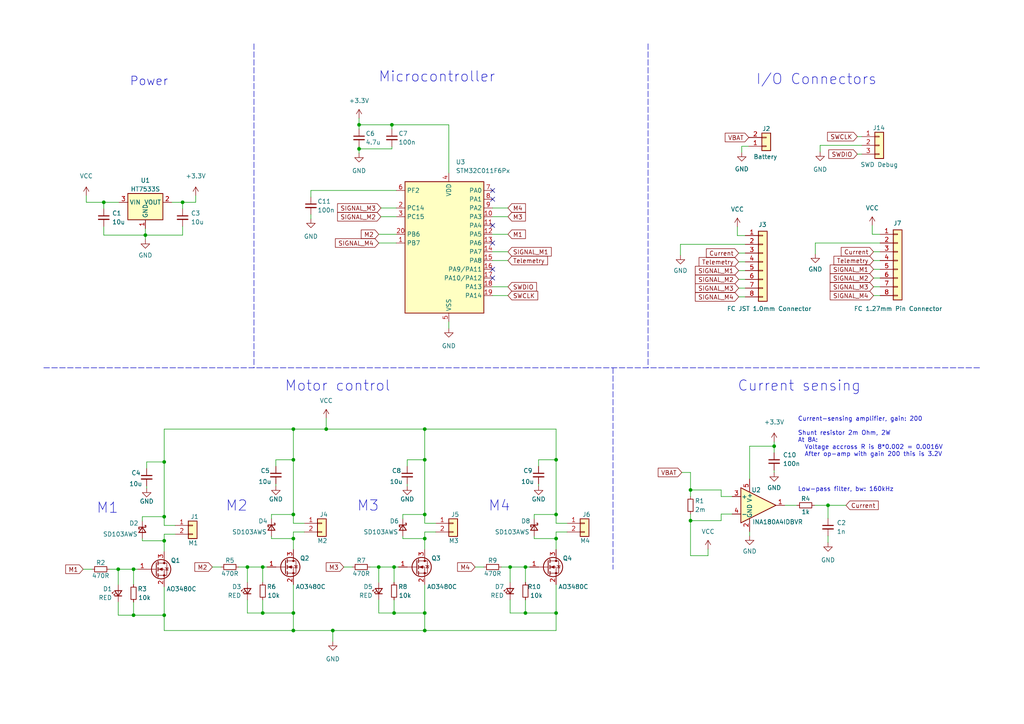
<source format=kicad_sch>
(kicad_sch (version 20211123) (generator eeschema)
  (paper "A4")
  (title_block (title "ASAC Brushed ESC") (date "2023-09-23") (rev "A") (company "Victor Krook"))
  (lib_symbols
    (symbol "Amplifier_Current:INA180A4" (pin_names (offset 0.127))
      (property "Reference" "U" (at 3.81 3.81 0))
      (property "Value" "INA180A4" (at 3.81 -2.54 0))
      (symbol "INA180A4_0_1"
        (polyline (pts (xy 5.08 0) (xy -5.08 5.08) (xy -5.08 -5.08) (xy 5.08 0)) (stroke (width 0.254)) (fill (type background)))
      )
      (symbol "INA180A4_1_1"
        (pin output line (at 7.62 0 180) (length 2.54) (name "~") (number "1"))
        (pin power_in line (at -2.54 -7.62 90) (length 3.81) (name "GND") (number "2"))
        (pin input line (at -7.62 2.54 0) (length 2.54) (name "+") (number "3"))
        (pin input line (at -7.62 -2.54 0) (length 2.54) (name "-") (number "4"))
        (pin power_in line (at -2.54 7.62 270) (length 3.81) (name "V+") (number "5"))
      )
    )
    (symbol "Connector_Generic:Conn_01x02" (pin_names (offset 1.016) hide)
      (property "Reference" "J" (at 0 2.54 0))
      (property "Value" "Conn_01x02" (at 0 -5.08 0))
      (symbol "Conn_01x02_1_1"
        (rectangle (start -1.27 -2.413) (end 0 -2.667) (stroke (width 0.1524)))
        (rectangle (start -1.27 0.127) (end 0 -0.127) (stroke (width 0.1524)))
        (rectangle (start -1.27 1.27) (end 1.27 -3.81) (stroke (width 0.254)) (fill (type background)))
        (pin passive line (at -5.08 0 0) (length 3.81) (name "Pin_1") (number "1"))
        (pin passive line (at -5.08 -2.54 0) (length 3.81) (name "Pin_2") (number "2"))
      )
    )
    (symbol "Connector_Generic:Conn_01x03" (pin_names (offset 1.016) hide)
      (property "Reference" "J" (at 0 5.08 0))
      (property "Value" "Conn_01x03" (at 0 -5.08 0))
      (symbol "Conn_01x03_1_1"
        (rectangle (start -1.27 -2.413) (end 0 -2.667) (stroke (width 0.1524)))
        (rectangle (start -1.27 0.127) (end 0 -0.127) (stroke (width 0.1524)))
        (rectangle (start -1.27 2.667) (end 0 2.413) (stroke (width 0.1524)))
        (rectangle (start -1.27 3.81) (end 1.27 -3.81) (stroke (width 0.254)) (fill (type background)))
        (pin passive line (at -5.08 2.54 0) (length 3.81) (name "Pin_1") (number "1"))
        (pin passive line (at -5.08 0 0) (length 3.81) (name "Pin_2") (number "2"))
        (pin passive line (at -5.08 -2.54 0) (length 3.81) (name "Pin_3") (number "3"))
      )
    )
    (symbol "Connector_Generic:Conn_01x08" (pin_names (offset 1.016) hide)
      (property "Reference" "J" (at 0 10.16 0))
      (property "Value" "Conn_01x08" (at 0 -12.7 0))
      (symbol "Conn_01x08_1_1"
        (rectangle (start -1.27 -10.033) (end 0 -10.287) (stroke (width 0.1524)))
        (rectangle (start -1.27 -7.493) (end 0 -7.747) (stroke (width 0.1524)))
        (rectangle (start -1.27 -4.953) (end 0 -5.207) (stroke (width 0.1524)))
        (rectangle (start -1.27 -2.413) (end 0 -2.667) (stroke (width 0.1524)))
        (rectangle (start -1.27 0.127) (end 0 -0.127) (stroke (width 0.1524)))
        (rectangle (start -1.27 2.667) (end 0 2.413) (stroke (width 0.1524)))
        (rectangle (start -1.27 5.207) (end 0 4.953) (stroke (width 0.1524)))
        (rectangle (start -1.27 7.747) (end 0 7.493) (stroke (width 0.1524)))
        (rectangle (start -1.27 8.89) (end 1.27 -11.43) (stroke (width 0.254)) (fill (type background)))
        (pin passive line (at -5.08 7.62 0) (length 3.81) (name "Pin_1") (number "1"))
        (pin passive line (at -5.08 5.08 0) (length 3.81) (name "Pin_2") (number "2"))
        (pin passive line (at -5.08 2.54 0) (length 3.81) (name "Pin_3") (number "3"))
        (pin passive line (at -5.08 0 0) (length 3.81) (name "Pin_4") (number "4"))
        (pin passive line (at -5.08 -2.54 0) (length 3.81) (name "Pin_5") (number "5"))
        (pin passive line (at -5.08 -5.08 0) (length 3.81) (name "Pin_6") (number "6"))
        (pin passive line (at -5.08 -7.62 0) (length 3.81) (name "Pin_7") (number "7"))
        (pin passive line (at -5.08 -10.16 0) (length 3.81) (name "Pin_8") (number "8"))
      )
    )
    (symbol "Device:C_Small" (pin_numbers hide) (pin_names (offset 0.254) hide)
      (property "Reference" "C" (at 0.254 1.778 0))
      (property "Value" "C_Small" (at 0.254 -2.032 0))
      (symbol "C_Small_0_1"
        (polyline (pts (xy -1.524 -0.508) (xy 1.524 -0.508)) (stroke (width 0.3302)))
        (polyline (pts (xy -1.524 0.508) (xy 1.524 0.508)) (stroke (width 0.3048)))
      )
      (symbol "C_Small_1_1"
        (pin passive line (at 0 2.54 270) (length 2.032) (name "~") (number "1"))
        (pin passive line (at 0 -2.54 90) (length 2.032) (name "~") (number "2"))
      )
    )
    (symbol "Device:D_Schottky_Small" (pin_numbers hide) (pin_names (offset 0.254) hide)
      (property "Reference" "D" (at -1.27 2.032 0))
      (property "Value" "D_Schottky_Small" (at -7.112 -2.032 0))
      (symbol "D_Schottky_Small_0_1"
        (polyline (pts (xy -0.762 0) (xy 0.762 0)))
        (polyline (pts (xy 0.762 -1.016) (xy -0.762 0) (xy 0.762 1.016) (xy 0.762 -1.016)) (stroke (width 0.254)))
        (polyline (pts (xy -1.27 0.762) (xy -1.27 1.016) (xy -0.762 1.016) (xy -0.762 -1.016) (xy -0.254 -1.016) (xy -0.254 -0.762)) (stroke (width 0.254)))
      )
      (symbol "D_Schottky_Small_1_1"
        (pin passive line (at -2.54 0 0) (length 1.778) (name "K") (number "1"))
        (pin passive line (at 2.54 0 180) (length 1.778) (name "A") (number "2"))
      )
    )
    (symbol "Device:LED_Small" (pin_numbers hide) (pin_names (offset 0.254) hide)
      (property "Reference" "D" (at -1.27 3.175 0))
      (property "Value" "LED_Small" (at -4.445 -2.54 0))
      (symbol "LED_Small_0_1"
        (polyline (pts (xy -0.762 -1.016) (xy -0.762 1.016)) (stroke (width 0.254)))
        (polyline (pts (xy 1.016 0) (xy -0.762 0)))
        (polyline (pts (xy 0.762 -1.016) (xy -0.762 0) (xy 0.762 1.016) (xy 0.762 -1.016)) (stroke (width 0.254)))
        (polyline (pts (xy 0 0.762) (xy -0.508 1.27) (xy -0.254 1.27) (xy -0.508 1.27) (xy -0.508 1.016)))
        (polyline (pts (xy 0.508 1.27) (xy 0 1.778) (xy 0.254 1.778) (xy 0 1.778) (xy 0 1.524)))
      )
      (symbol "LED_Small_1_1"
        (pin passive line (at -2.54 0 0) (length 1.778) (name "K") (number "1"))
        (pin passive line (at 2.54 0 180) (length 1.778) (name "A") (number "2"))
      )
    )
    (symbol "Device:Q_NMOS_GSD" (pin_names (offset 0) hide)
      (property "Reference" "Q" (at 5.08 1.27 0))
      (property "Value" "Q_NMOS_GSD" (at 5.08 -1.27 0))
      (symbol "Q_NMOS_GSD_0_1"
        (polyline (pts (xy 0.254 0) (xy -2.54 0)))
        (polyline (pts (xy 0.254 1.905) (xy 0.254 -1.905)) (stroke (width 0.254)))
        (polyline (pts (xy 0.762 -1.27) (xy 0.762 -2.286)) (stroke (width 0.254)))
        (polyline (pts (xy 0.762 0.508) (xy 0.762 -0.508)) (stroke (width 0.254)))
        (polyline (pts (xy 0.762 2.286) (xy 0.762 1.27)) (stroke (width 0.254)))
        (polyline (pts (xy 2.54 2.54) (xy 2.54 1.778)))
        (polyline (pts (xy 2.54 -2.54) (xy 2.54 0) (xy 0.762 0)))
        (polyline (pts (xy 0.762 -1.778) (xy 3.302 -1.778) (xy 3.302 1.778) (xy 0.762 1.778)))
        (polyline (pts (xy 1.016 0) (xy 2.032 0.381) (xy 2.032 -0.381) (xy 1.016 0)) (fill (type outline)))
        (polyline (pts (xy 2.794 0.508) (xy 2.921 0.381) (xy 3.683 0.381) (xy 3.81 0.254)))
        (polyline (pts (xy 3.302 0.381) (xy 2.921 -0.254) (xy 3.683 -0.254) (xy 3.302 0.381)))
        (circle (center 1.651 0) (radius 2.794) (stroke (width 0.254)))
        (circle (center 2.54 -1.778) (radius 0.254) (fill (type outline)))
        (circle (center 2.54 1.778) (radius 0.254) (fill (type outline)))
      )
      (symbol "Q_NMOS_GSD_1_1"
        (pin input line (at -5.08 0 0) (length 2.54) (name "G") (number "1"))
        (pin passive line (at 2.54 -5.08 90) (length 2.54) (name "S") (number "2"))
        (pin passive line (at 2.54 5.08 270) (length 2.54) (name "D") (number "3"))
      )
    )
    (symbol "Device:R_Small" (pin_numbers hide) (pin_names (offset 0.254) hide)
      (property "Reference" "R" (at 0.762 0.508 0))
      (property "Value" "R_Small" (at 0.762 -1.016 0))
      (symbol "R_Small_0_1"
        (rectangle (start -0.762 1.778) (end 0.762 -1.778) (stroke (width 0.2032)))
      )
      (symbol "R_Small_1_1"
        (pin passive line (at 0 2.54 270) (length 0.762) (name "~") (number "1"))
        (pin passive line (at 0 -2.54 90) (length 0.762) (name "~") (number "2"))
      )
    )
    (symbol "MCU_ST_STM32C0:STM32C011F6Px"
      (property "Reference" "U" (at -10.16 21.59 0))
      (property "Value" "STM32C011F6Px" (at 5.08 21.59 0))
      (symbol "STM32C011F6Px_0_1"
        (rectangle (start -10.16 -17.78) (end 12.7 20.32) (stroke (width 0.254)) (fill (type background)))
      )
      (symbol "STM32C011F6Px_1_1"
        (pin bidirectional line (at -12.7 2.54 0) (length 2.54) (name "PB7") (number "1"))
        (pin bidirectional line (at 15.24 10.16 180) (length 2.54) (name "PA3") (number "10"))
        (pin bidirectional line (at 15.24 7.62 180) (length 2.54) (name "PA4") (number "11"))
        (pin bidirectional line (at 15.24 5.08 180) (length 2.54) (name "PA5") (number "12"))
        (pin bidirectional line (at 15.24 2.54 180) (length 2.54) (name "PA6") (number "13"))
        (pin bidirectional line (at 15.24 0 180) (length 2.54) (name "PA7") (number "14"))
        (pin bidirectional line (at 15.24 -2.54 180) (length 2.54) (name "PA8") (number "15"))
        (pin bidirectional line (at 15.24 -5.08 180) (length 2.54) (name "PA9/PA11") (number "16"))
        (pin bidirectional line (at 15.24 -7.62 180) (length 2.54) (name "PA10/PA12") (number "17"))
        (pin bidirectional line (at 15.24 -10.16 180) (length 2.54) (name "PA13") (number "18"))
        (pin bidirectional line (at 15.24 -12.7 180) (length 2.54) (name "PA14") (number "19"))
        (pin bidirectional line (at -12.7 12.7 0) (length 2.54) (name "PC14") (number "2"))
        (pin bidirectional line (at -12.7 5.08 0) (length 2.54) (name "PB6") (number "20"))
        (pin bidirectional line (at -12.7 10.16 0) (length 2.54) (name "PC15") (number "3"))
        (pin power_in line (at 2.54 22.86 270) (length 2.54) (name "VDD") (number "4"))
        (pin power_in line (at 2.54 -20.32 90) (length 2.54) (name "VSS") (number "5"))
        (pin bidirectional line (at -12.7 17.78 0) (length 2.54) (name "PF2") (number "6"))
        (pin bidirectional line (at 15.24 17.78 180) (length 2.54) (name "PA0") (number "7"))
        (pin bidirectional line (at 15.24 15.24 180) (length 2.54) (name "PA1") (number "8"))
        (pin bidirectional line (at 15.24 12.7 180) (length 2.54) (name "PA2") (number "9"))
      )
    )
    (symbol "Regulator_Linear:HT75xx-1-SOT89"
      (property "Reference" "U1" (at 0 8.89 0))
      (property "Value" "HT7533S" (at 0 6.35 0))
      (symbol "HT75xx-1-SOT89_0_1"
        (rectangle (start -5.08 5.08) (end 5.08 -2.54) (stroke (width 0.254)) (fill (type background)))
      )
      (symbol "HT75xx-1-SOT89_1_1"
        (pin power_in line (at 0 -5.08 90) (length 2.54) (name "GND") (number "1"))
        (pin power_out line (at 7.62 2.54 180) (length 2.54) (name "VOUT") (number "2"))
        (pin power_in line (at -7.62 2.54 0) (length 2.54) (name "VIN") (number "3"))
      )
    )
    (symbol "power:+3.3V" (power) (pin_names (offset 0))
      (property "Value" "+3.3V" (at 0 3.556 0))
      (symbol "+3.3V_0_1"
        (polyline (pts (xy -0.762 1.27) (xy 0 2.54)))
        (polyline (pts (xy 0 0) (xy 0 2.54)))
        (polyline (pts (xy 0 2.54) (xy 0.762 1.27)))
      )
      (symbol "+3.3V_1_1"
        (pin power_in line (at 0 0 90) (length 0) hide (name "+3.3V") (number "1"))
      )
    )
    (symbol "power:GND" (power) (pin_names (offset 0))
      (property "Value" "GND" (at 0 -3.81 0))
      (symbol "GND_0_1"
        (polyline (pts (xy 0 0) (xy 0 -1.27) (xy 1.27 -1.27) (xy 0 -2.54) (xy -1.27 -1.27) (xy 0 -1.27)))
      )
      (symbol "GND_1_1"
        (pin power_in line (at 0 0 270) (length 0) hide (name "GND") (number "1"))
      )
    )
    (symbol "power:VCC" (power) (pin_names (offset 0))
      (property "Value" "VCC" (at 0 3.81 0))
      (symbol "VCC_0_1"
        (polyline (pts (xy -0.762 1.27) (xy 0 2.54)))
        (polyline (pts (xy 0 0) (xy 0 2.54)))
        (polyline (pts (xy 0 2.54) (xy 0.762 1.27)))
      )
      (symbol "VCC_1_1"
        (pin power_in line (at 0 0 90) (length 0) hide (name "VCC") (number "1"))
      )
    )
  )
  (junction (at 161.29 149.225))
  (junction (at 200.279 151.003))
  (junction (at 104.14 36.195))
  (junction (at 76.2 177.8))
  (junction (at 123.19 177.8))
  (junction (at 71.755 164.465))
  (junction (at 240.157 146.558))
  (junction (at 85.09 182.88))
  (junction (at 85.09 133.35))
  (junction (at 200.279 142.113))
  (junction (at 85.09 149.225))
  (junction (at 30.099 58.674))
  (junction (at 123.19 149.225))
  (junction (at 85.09 124.46))
  (junction (at 152.4 164.465))
  (junction (at 109.855 164.465))
  (junction (at 34.29 165.1))
  (junction (at 152.4 177.8))
  (junction (at 113.665 36.195))
  (junction (at 47.625 133.985))
  (junction (at 123.19 124.46))
  (junction (at 47.625 156.845))
  (junction (at 161.29 133.35))
  (junction (at 114.3 177.8))
  (junction (at 96.52 182.88))
  (junction (at 147.955 164.465))
  (junction (at 123.19 133.35))
  (junction (at 104.14 43.18))
  (junction (at 85.09 177.8))
  (junction (at 114.3 164.465))
  (junction (at 47.625 178.435))
  (junction (at 76.2 164.465))
  (junction (at 123.19 156.21))
  (junction (at 47.625 149.86))
  (junction (at 42.164 68.199))
  (junction (at 85.09 156.21))
  (junction (at 38.735 178.435))
  (junction (at 38.735 165.1))
  (junction (at 161.29 156.21))
  (junction (at 161.29 177.8))
  (junction (at 123.19 182.88))
  (junction (at 94.615 124.46))
  (junction (at 52.959 58.674))
  (junction (at 224.536 129.413))
  (no_connect (at 142.875 57.785))
  (no_connect (at 142.875 65.405))
  (no_connect (at 142.875 55.245))
  (no_connect (at 142.875 70.485))
  (no_connect (at 142.875 80.645))
  (no_connect (at 142.875 78.105))
  (wire (pts (xy 76.2 164.465) (xy 77.47 164.465)))
  (wire (pts (xy 197.358 74.041) (xy 197.358 70.866)))
  (wire (pts (xy 61.595 164.465) (xy 64.135 164.465)))
  (wire (pts (xy 109.855 177.8) (xy 114.3 177.8)))
  (wire (pts (xy 110.49 62.865) (xy 114.935 62.865)))
  (wire (pts (xy 25.019 56.769) (xy 25.019 58.674)))
  (wire (pts (xy 161.29 154.305) (xy 161.29 156.21)))
  (wire (pts (xy 34.544 58.674) (xy 30.099 58.674)))
  (wire (pts (xy 114.3 164.465) (xy 115.57 164.465)))
  (wire (pts (xy 116.84 149.225) (xy 123.19 149.225)))
  (wire (pts (xy 200.279 151.003) (xy 200.279 161.163)))
  (wire (pts (xy 214.249 81.026) (xy 216.154 81.026)))
  (wire (pts (xy 25.019 58.674) (xy 30.099 58.674)))
  (wire (pts (xy 156.21 133.35) (xy 161.29 133.35)))
  (wire (pts (xy 161.29 182.88) (xy 123.19 182.88)))
  (wire (pts (xy 76.2 177.8) (xy 85.09 177.8)))
  (wire (pts (xy 237.871 42.164) (xy 249.936 42.164)))
  (wire (pts (xy 34.29 178.435) (xy 34.29 174.625)))
  (wire (pts (xy 41.275 151.13) (xy 41.275 149.86)))
  (wire (pts (xy 123.19 177.8) (xy 123.19 182.88)))
  (wire (pts (xy 123.19 124.46) (xy 123.19 133.35)))
  (wire (pts (xy 213.868 68.326) (xy 216.154 68.326)))
  (wire (pts (xy 116.84 156.21) (xy 123.19 156.21)))
  (wire (pts (xy 38.735 169.545) (xy 38.735 165.1)))
  (wire (pts (xy 212.344 144.018) (xy 209.169 144.018)))
  (wire (pts (xy 252.984 65.405) (xy 252.984 67.945)))
  (wire (pts (xy 85.09 124.46) (xy 94.615 124.46)))
  (wire (pts (xy 164.465 154.305) (xy 161.29 154.305)))
  (wire (pts (xy 85.09 177.8) (xy 85.09 182.88)))
  (wire (pts (xy 236.474 73.66) (xy 236.474 70.485)))
  (wire (pts (xy 123.19 151.765) (xy 126.365 151.765)))
  (wire (pts (xy 47.625 170.18) (xy 47.625 178.435)))
  (wire (pts (xy 252.984 67.945) (xy 255.27 67.945)))
  (wire (pts (xy 78.74 156.21) (xy 85.09 156.21)))
  (wire (pts (xy 47.625 156.845) (xy 47.625 160.02)))
  (wire (pts (xy 253.365 83.185) (xy 255.27 83.185)))
  (wire (pts (xy 200.279 149.098) (xy 200.279 151.003)))
  (wire (pts (xy 209.169 144.018) (xy 209.169 142.113)))
  (wire (pts (xy 71.755 177.8) (xy 76.2 177.8)))
  (wire (pts (xy 123.19 149.225) (xy 123.19 151.765)))
  (wire (pts (xy 41.275 156.21) (xy 41.275 156.845)))
  (wire (pts (xy 240.157 150.368) (xy 240.157 146.558)))
  (wire (pts (xy 85.09 151.765) (xy 88.265 151.765)))
  (wire (pts (xy 147.955 177.8) (xy 152.4 177.8)))
  (wire (pts (xy 156.21 135.255) (xy 156.21 133.35)))
  (wire (pts (xy 253.365 75.565) (xy 255.27 75.565)))
  (wire (pts (xy 142.875 85.725) (xy 147.32 85.725)))
  (wire (pts (xy 147.955 164.465) (xy 147.955 168.91)))
  (wire (pts (xy 56.769 58.674) (xy 52.959 58.674)))
  (wire (pts (xy 253.365 73.025) (xy 255.27 73.025)))
  (wire (pts (xy 50.8 154.94) (xy 47.625 154.94)))
  (wire (pts (xy 214.249 83.566) (xy 216.154 83.566)))
  (wire (pts (xy 80.01 140.97) (xy 80.01 140.335)))
  (wire (pts (xy 80.01 133.35) (xy 85.09 133.35)))
  (wire (pts (xy 76.2 177.8) (xy 76.2 173.99)))
  (wire (pts (xy 253.365 85.725) (xy 255.27 85.725)))
  (wire (pts (xy 237.871 44.069) (xy 237.871 42.164)))
  (wire (pts (xy 113.665 43.18) (xy 104.14 43.18)))
  (wire (pts (xy 217.424 154.178) (xy 217.424 155.448)))
  (wire (pts (xy 205.359 161.163) (xy 205.359 159.258)))
  (wire (pts (xy 47.625 124.46) (xy 47.625 133.985)))
  (wire (pts (xy 215.138 44.196) (xy 215.138 42.418)))
  (wire (pts (xy 34.29 165.1) (xy 34.29 169.545)))
  (polyline (pts (xy 177.8 106.68) (xy 177.8 165.1)))
  (wire (pts (xy 147.955 164.465) (xy 152.4 164.465)))
  (wire (pts (xy 217.424 138.938) (xy 217.424 129.413)))
  (wire (pts (xy 110.49 60.325) (xy 114.935 60.325)))
  (wire (pts (xy 200.279 137.033) (xy 200.279 142.113)))
  (wire (pts (xy 78.74 155.575) (xy 78.74 156.21)))
  (wire (pts (xy 123.19 133.35) (xy 123.19 149.225)))
  (wire (pts (xy 152.4 177.8) (xy 152.4 173.99)))
  (wire (pts (xy 217.17 42.418) (xy 215.138 42.418)))
  (wire (pts (xy 130.175 36.195) (xy 130.175 50.165)))
  (wire (pts (xy 118.11 133.35) (xy 123.19 133.35)))
  (wire (pts (xy 200.279 142.113) (xy 209.169 142.113)))
  (wire (pts (xy 71.755 164.465) (xy 76.2 164.465)))
  (wire (pts (xy 41.275 149.86) (xy 47.625 149.86)))
  (wire (pts (xy 123.19 182.88) (xy 96.52 182.88)))
  (wire (pts (xy 47.625 149.86) (xy 47.625 152.4)))
  (wire (pts (xy 109.855 70.485) (xy 114.935 70.485)))
  (wire (pts (xy 42.164 68.199) (xy 52.959 68.199)))
  (wire (pts (xy 161.29 169.545) (xy 161.29 177.8)))
  (wire (pts (xy 85.09 133.35) (xy 85.09 149.225)))
  (wire (pts (xy 42.164 68.199) (xy 42.164 69.469)))
  (wire (pts (xy 56.769 56.769) (xy 56.769 58.674)))
  (wire (pts (xy 85.09 169.545) (xy 85.09 177.8)))
  (wire (pts (xy 118.11 140.97) (xy 118.11 140.335)))
  (wire (pts (xy 130.175 93.345) (xy 130.175 95.25)))
  (wire (pts (xy 123.19 169.545) (xy 123.19 177.8)))
  (wire (pts (xy 253.365 80.645) (xy 255.27 80.645)))
  (wire (pts (xy 30.099 58.674) (xy 30.099 60.579)))
  (wire (pts (xy 114.3 177.8) (xy 114.3 173.99)))
  (wire (pts (xy 152.4 164.465) (xy 153.67 164.465)))
  (wire (pts (xy 161.29 149.225) (xy 161.29 151.765)))
  (wire (pts (xy 99.695 164.465) (xy 102.235 164.465)))
  (wire (pts (xy 212.344 149.098) (xy 209.169 149.098)))
  (wire (pts (xy 236.22 146.558) (xy 240.157 146.558)))
  (wire (pts (xy 118.11 135.255) (xy 118.11 133.35)))
  (wire (pts (xy 114.935 55.245) (xy 90.17 55.245)))
  (wire (pts (xy 113.665 36.195) (xy 130.175 36.195)))
  (wire (pts (xy 31.75 165.1) (xy 34.29 165.1)))
  (wire (pts (xy 214.249 75.946) (xy 216.154 75.946)))
  (wire (pts (xy 94.615 121.285) (xy 94.615 124.46)))
  (wire (pts (xy 41.275 156.845) (xy 47.625 156.845)))
  (wire (pts (xy 224.536 129.413) (xy 224.536 131.318)))
  (wire (pts (xy 90.17 62.23) (xy 90.17 63.5)))
  (wire (pts (xy 197.358 70.866) (xy 216.154 70.866)))
  (wire (pts (xy 154.94 149.225) (xy 161.29 149.225)))
  (wire (pts (xy 69.215 164.465) (xy 71.755 164.465)))
  (wire (pts (xy 137.795 164.465) (xy 140.335 164.465)))
  (wire (pts (xy 213.868 65.786) (xy 213.868 68.326)))
  (wire (pts (xy 123.19 154.305) (xy 123.19 156.21)))
  (wire (pts (xy 248.666 44.704) (xy 249.936 44.704)))
  (wire (pts (xy 224.536 136.398) (xy 224.536 137.033)))
  (wire (pts (xy 52.959 58.674) (xy 49.784 58.674)))
  (wire (pts (xy 209.169 149.098) (xy 209.169 151.003)))
  (wire (pts (xy 142.875 67.945) (xy 147.32 67.945)))
  (wire (pts (xy 85.09 149.225) (xy 85.09 151.765)))
  (wire (pts (xy 34.29 165.1) (xy 38.735 165.1)))
  (wire (pts (xy 104.14 36.195) (xy 113.665 36.195)))
  (wire (pts (xy 214.249 73.406) (xy 216.154 73.406)))
  (wire (pts (xy 200.279 142.113) (xy 200.279 144.018)))
  (wire (pts (xy 227.584 146.558) (xy 231.14 146.558)))
  (wire (pts (xy 52.959 58.674) (xy 52.959 60.579)))
  (wire (pts (xy 47.625 182.88) (xy 85.09 182.88)))
  (wire (pts (xy 71.755 164.465) (xy 71.755 168.91)))
  (wire (pts (xy 161.29 151.765) (xy 164.465 151.765)))
  (wire (pts (xy 47.625 178.435) (xy 47.625 182.88)))
  (wire (pts (xy 142.875 73.025) (xy 147.32 73.025)))
  (wire (pts (xy 142.875 83.185) (xy 147.32 83.185)))
  (wire (pts (xy 217.424 129.413) (xy 224.536 129.413)))
  (wire (pts (xy 123.19 156.21) (xy 123.19 159.385)))
  (wire (pts (xy 76.2 168.91) (xy 76.2 164.465)))
  (wire (pts (xy 161.29 177.8) (xy 161.29 182.88)))
  (wire (pts (xy 85.09 182.88) (xy 96.52 182.88)))
  (wire (pts (xy 197.739 137.033) (xy 200.279 137.033)))
  (wire (pts (xy 161.29 133.35) (xy 161.29 149.225)))
  (polyline (pts (xy 12.7 106.68) (xy 284.48 106.68)))
  (wire (pts (xy 85.09 154.305) (xy 85.09 156.21)))
  (wire (pts (xy 109.855 164.465) (xy 109.855 168.91)))
  (wire (pts (xy 104.14 42.545) (xy 104.14 43.18)))
  (wire (pts (xy 47.625 133.985) (xy 47.625 149.86)))
  (polyline (pts (xy 73.66 12.7) (xy 73.66 106.68)))
  (wire (pts (xy 38.735 165.1) (xy 40.005 165.1)))
  (wire (pts (xy 30.099 68.199) (xy 42.164 68.199)))
  (wire (pts (xy 113.665 36.195) (xy 113.665 37.465)))
  (wire (pts (xy 236.474 70.485) (xy 255.27 70.485)))
  (wire (pts (xy 161.29 156.21) (xy 161.29 159.385)))
  (wire (pts (xy 152.4 177.8) (xy 161.29 177.8)))
  (wire (pts (xy 24.13 165.1) (xy 26.67 165.1)))
  (wire (pts (xy 154.94 155.575) (xy 154.94 156.21)))
  (wire (pts (xy 142.875 60.325) (xy 147.32 60.325)))
  (wire (pts (xy 114.3 177.8) (xy 123.19 177.8)))
  (wire (pts (xy 78.74 149.225) (xy 85.09 149.225)))
  (wire (pts (xy 30.099 65.659) (xy 30.099 68.199)))
  (wire (pts (xy 240.157 157.353) (xy 240.157 155.448)))
  (wire (pts (xy 154.94 150.495) (xy 154.94 149.225)))
  (wire (pts (xy 240.157 146.558) (xy 245.364 146.558)))
  (wire (pts (xy 96.52 182.88) (xy 96.52 186.055)))
  (wire (pts (xy 224.536 128.143) (xy 224.536 129.413)))
  (wire (pts (xy 154.94 156.21) (xy 161.29 156.21)))
  (wire (pts (xy 116.84 150.495) (xy 116.84 149.225)))
  (wire (pts (xy 42.545 133.985) (xy 47.625 133.985)))
  (wire (pts (xy 90.17 55.245) (xy 90.17 57.15)))
  (wire (pts (xy 114.3 168.91) (xy 114.3 164.465)))
  (wire (pts (xy 152.4 168.91) (xy 152.4 164.465)))
  (wire (pts (xy 88.265 154.305) (xy 85.09 154.305)))
  (wire (pts (xy 161.29 124.46) (xy 123.19 124.46)))
  (wire (pts (xy 71.755 177.8) (xy 71.755 173.99)))
  (wire (pts (xy 42.545 135.89) (xy 42.545 133.985)))
  (wire (pts (xy 113.665 42.545) (xy 113.665 43.18)))
  (wire (pts (xy 253.365 78.105) (xy 255.27 78.105)))
  (wire (pts (xy 200.279 151.003) (xy 209.169 151.003)))
  (wire (pts (xy 42.545 141.605) (xy 42.545 140.97)))
  (wire (pts (xy 85.09 124.46) (xy 47.625 124.46)))
  (wire (pts (xy 47.625 154.94) (xy 47.625 156.845)))
  (wire (pts (xy 156.21 140.97) (xy 156.21 140.335)))
  (wire (pts (xy 85.09 124.46) (xy 85.09 133.35)))
  (wire (pts (xy 104.14 34.29) (xy 104.14 36.195)))
  (wire (pts (xy 147.955 177.8) (xy 147.955 173.99)))
  (wire (pts (xy 109.855 177.8) (xy 109.855 173.99)))
  (wire (pts (xy 116.84 155.575) (xy 116.84 156.21)))
  (wire (pts (xy 78.74 150.495) (xy 78.74 149.225)))
  (wire (pts (xy 42.164 66.294) (xy 42.164 68.199)))
  (wire (pts (xy 248.666 39.624) (xy 249.936 39.624)))
  (wire (pts (xy 109.855 164.465) (xy 114.3 164.465)))
  (wire (pts (xy 142.875 62.865) (xy 147.32 62.865)))
  (wire (pts (xy 104.14 36.195) (xy 104.14 37.465)))
  (wire (pts (xy 214.249 86.106) (xy 216.154 86.106)))
  (wire (pts (xy 142.875 75.565) (xy 147.32 75.565)))
  (wire (pts (xy 80.01 135.255) (xy 80.01 133.35)))
  (wire (pts (xy 145.415 164.465) (xy 147.955 164.465)))
  (polyline (pts (xy 187.96 12.7) (xy 187.96 106.68)))
  (wire (pts (xy 52.959 65.659) (xy 52.959 68.199)))
  (wire (pts (xy 161.29 124.46) (xy 161.29 133.35)))
  (wire (pts (xy 126.365 154.305) (xy 123.19 154.305)))
  (wire (pts (xy 123.19 124.46) (xy 94.615 124.46)))
  (wire (pts (xy 38.735 178.435) (xy 38.735 174.625)))
  (wire (pts (xy 104.14 43.18) (xy 104.14 44.45)))
  (wire (pts (xy 107.315 164.465) (xy 109.855 164.465)))
  (wire (pts (xy 34.29 178.435) (xy 38.735 178.435)))
  (wire (pts (xy 200.279 161.163) (xy 205.359 161.163)))
  (wire (pts (xy 109.855 67.945) (xy 114.935 67.945)))
  (wire (pts (xy 85.09 156.21) (xy 85.09 159.385)))
  (wire (pts (xy 47.625 152.4) (xy 50.8 152.4)))
  (wire (pts (xy 38.735 178.435) (xy 47.625 178.435)))
  (wire (pts (xy 214.249 78.486) (xy 216.154 78.486)))
  (text "M1" (at 27.94 149.225 0) (effects (font (size 3 3)) (justify left bottom)))
  (text "M4" (at 141.605 148.59 0) (effects (font (size 3 3)) (justify left bottom)))
  (text "Current sensing" (at 213.868 113.792 0) (effects (font (size 2.9972 2.9972)) (justify left bottom)))
  (text "Low-pass filter, bw: 160kHz" (at 231.394 142.748 0) (effects (font (size 1.27 1.27)) (justify left bottom)))
  (text "I/O Connectors" (at 219.202 24.892 0) (effects (font (size 2.9972 2.9972)) (justify left bottom)))
  (text "Power" (at 37.592 25.146 0) (effects (font (size 2.5 2.5)) (justify left bottom)))
  (text "M3" (at 103.505 148.59 0) (effects (font (size 3 3)) (justify left bottom)))
  (text "Motor control" (at 82.55 113.792 0) (effects (font (size 2.9972 2.9972)) (justify left bottom)))
  (text "M2" (at 65.405 148.59 0) (effects (font (size 3 3)) (justify left bottom)))
  (text "Current-sensing amplifier, gain: 200\n\nShunt resistor 2m Ohm, 2W\nAt 8A:\n  Voltage accross R is 8*0.002 = 0.0016V\n  After op-amp with gain 200 this is 3.2V" (at 231.394 132.588 0) (effects (font (size 1.27 1.27)) (justify left bottom)))
  (text "Microcontroller" (at 109.728 24.13 0) (effects (font (size 2.9972 2.9972)) (justify left bottom)))
  (global_label "Telemetry" (shape input) (at 147.32 75.565 0) (property "Intersheet References" "${INTERSHEET_REFS}" (effects hide)))
  (global_label "SIGNAL_M1" (shape input) (at 253.365 78.105 180) (property "Intersheet References" "${INTERSHEET_REFS}" (effects hide)))
  (global_label "SIGNAL_M1" (shape input) (at 214.249 78.486 180) (property "Intersheet References" "${INTERSHEET_REFS}" (effects hide)))
  (global_label "SWDIO" (shape input) (at 248.666 44.704 180) (property "Intersheet References" "${INTERSHEET_REFS}" (effects hide)))
  (global_label "SWCLK" (shape input) (at 147.32 85.725 0) (property "Intersheet References" "${INTERSHEET_REFS}" (effects hide)))
  (global_label "M1" (shape input) (at 147.32 67.945 0) (property "Intersheet References" "${INTERSHEET_REFS}" (effects hide)))
  (global_label "Current" (shape input) (at 214.249 73.406 180) (property "Intersheet References" "${INTERSHEET_REFS}" (effects hide)))
  (global_label "M1" (shape input) (at 24.13 165.1 180) (property "Intersheet References" "${INTERSHEET_REFS}" (effects hide)))
  (global_label "SWCLK" (shape input) (at 248.666 39.624 180) (property "Intersheet References" "${INTERSHEET_REFS}" (effects hide)))
  (global_label "SIGNAL_M4" (shape input) (at 109.855 70.485 180) (property "Intersheet References" "${INTERSHEET_REFS}" (effects hide)))
  (global_label "SIGNAL_M2" (shape input) (at 214.249 81.026 180) (property "Intersheet References" "${INTERSHEET_REFS}" (effects hide)))
  (global_label "M3" (shape input) (at 147.32 62.865 0) (property "Intersheet References" "${INTERSHEET_REFS}" (effects hide)))
  (global_label "SWDIO" (shape input) (at 147.32 83.185 0) (property "Intersheet References" "${INTERSHEET_REFS}" (effects hide)))
  (global_label "M3" (shape input) (at 99.695 164.465 180) (property "Intersheet References" "${INTERSHEET_REFS}" (effects hide)))
  (global_label "SIGNAL_M3" (shape input) (at 253.365 83.185 180) (property "Intersheet References" "${INTERSHEET_REFS}" (effects hide)))
  (global_label "Telemetry" (shape input) (at 253.365 75.565 180) (property "Intersheet References" "${INTERSHEET_REFS}" (effects hide)))
  (global_label "SIGNAL_M3" (shape input) (at 214.249 83.566 180) (property "Intersheet References" "${INTERSHEET_REFS}" (effects hide)))
  (global_label "M4" (shape input) (at 147.32 60.325 0) (property "Intersheet References" "${INTERSHEET_REFS}" (effects hide)))
  (global_label "SIGNAL_M2" (shape input) (at 253.365 80.645 180) (property "Intersheet References" "${INTERSHEET_REFS}" (effects hide)))
  (global_label "M4" (shape input) (at 137.795 164.465 180) (property "Intersheet References" "${INTERSHEET_REFS}" (effects hide)))
  (global_label "VBAT" (shape input) (at 197.739 137.033 180) (property "Intersheet References" "${INTERSHEET_REFS}" (effects hide)))
  (global_label "Telemetry" (shape input) (at 214.249 75.946 180) (property "Intersheet References" "${INTERSHEET_REFS}" (effects hide)))
  (global_label "SIGNAL_M3" (shape input) (at 110.49 60.325 180) (property "Intersheet References" "${INTERSHEET_REFS}" (effects hide)))
  (global_label "M2" (shape input) (at 109.855 67.945 180) (property "Intersheet References" "${INTERSHEET_REFS}" (effects hide)))
  (global_label "SIGNAL_M2" (shape input) (at 110.49 62.865 180) (property "Intersheet References" "${INTERSHEET_REFS}" (effects hide)))
  (global_label "VBAT" (shape input) (at 217.17 39.878 180) (property "Intersheet References" "${INTERSHEET_REFS}" (effects hide)))
  (global_label "SIGNAL_M1" (shape input) (at 147.32 73.025 0) (property "Intersheet References" "${INTERSHEET_REFS}" (effects hide)))
  (global_label "Current" (shape input) (at 253.365 73.025 180) (property "Intersheet References" "${INTERSHEET_REFS}" (effects hide)))
  (global_label "SIGNAL_M4" (shape input) (at 214.249 86.106 180) (property "Intersheet References" "${INTERSHEET_REFS}" (effects hide)))
  (global_label "M2" (shape input) (at 61.595 164.465 180) (property "Intersheet References" "${INTERSHEET_REFS}" (effects hide)))
  (global_label "SIGNAL_M4" (shape input) (at 253.365 85.725 180) (property "Intersheet References" "${INTERSHEET_REFS}" (effects hide)))
  (global_label "Current" (shape input) (at 245.364 146.558 0) (property "Intersheet References" "${INTERSHEET_REFS}" (effects hide)))
  (symbol (lib_id "Device:C_Small") (at 118.11 137.795 0) (unit 1)
    (property "Reference" "C8" (at 113.665 136.525 0) (effects (justify left)))
    (property "Value" "10u" (at 113.03 139.7 0) (effects (justify left)))
    (property "Footprint" "Capacitor_SMD:C_0805_2012Metric" (effects hide))
  )
  (symbol (lib_id "power:GND") (at 118.11 140.97 0) (unit 1)
    (property "Reference" "#PWR02" (effects hide))
    (property "Value" "GND" (at 118.11 144.78 0))
  )
  (symbol (lib_id "power:GND") (at 42.164 69.469 0) (unit 1)
    (property "Reference" "#PWR0103" (effects hide))
    (property "Value" "GND" (at 42.164 74.041 0))
  )
  (symbol (lib_id "Device:LED_Small") (at 109.855 171.45 90) (unit 1)
    (property "Reference" "D5" (at 105.41 170.18 90) (effects (justify right)))
    (property "Value" "RED" (at 104.14 172.72 90) (effects (justify right)))
    (property "Footprint" "LED_SMD:LED_0603_1608Metric" (effects hide))
  )
  (symbol (lib_id "power:GND") (at 240.157 157.353 0) (unit 1)
    (property "Reference" "#PWR0110" (effects hide))
    (property "Value" "GND" (at 240.157 162.433 0))
  )
  (symbol (lib_id "Device:R_Small") (at 114.3 171.45 0) (unit 1)
    (property "Reference" "R8" (at 116.84 170.18 0))
    (property "Value" "10k" (at 117.475 172.72 0))
    (property "Footprint" "Resistor_SMD:R_0402_1005Metric" (effects hide))
  )
  (symbol (lib_id "Device:D_Schottky_Small") (at 41.275 153.67 270) (unit 1)
    (property "Reference" "D2" (at 37.465 151.765 90) (effects (justify left)))
    (property "Value" "SD103AWS" (at 29.845 154.94 90) (effects (justify left)))
    (property "Footprint" "Diode_SMD:D_SOD-323" (effects hide))
    (property "Datasheet" "https://datasheet.lcsc.com/lcsc/2004140934_Slkor-SLKORMICRO-Elec--SD103AWS_C513472.pdf" (effects hide))
    (property "MPN" "C2828423" (effects hide))
  )
  (symbol (lib_id "Device:Q_NMOS_GSD") (at 45.085 165.1 0) (unit 1)
    (property "Reference" "Q1" (at 49.53 162.56 0) (effects (justify left)))
    (property "Value" "AO3480C" (at 48.26 170.815 0) (effects (justify left)))
    (property "Footprint" "Package_TO_SOT_SMD:SOT-23" (effects hide))
    (property "Datasheet" "https://datasheet.lcsc.com/lcsc/2007301505_Alpha---Omega-Semicon-AO3480C_C705501.pdf" (effects hide))
    (property "MPN" "C188337" (effects hide))
  )
  (symbol (lib_id "Device:D_Schottky_Small") (at 78.74 153.035 270) (unit 1)
    (property "Reference" "D4" (at 74.93 151.13 90) (effects (justify left)))
    (property "Value" "SD103AWS" (at 67.31 154.305 90) (effects (justify left)))
    (property "Footprint" "Diode_SMD:D_SOD-323" (effects hide))
    (property "Datasheet" "https://datasheet.lcsc.com/lcsc/2004140934_Slkor-SLKORMICRO-Elec--SD103AWS_C513472.pdf" (effects hide))
  )
  (symbol (lib_id "Connector_Generic:Conn_01x02") (at 131.445 151.765 0) (unit 1)
    (property "Reference" "J5" (at 130.81 149.225 0) (effects (justify left)))
    (property "Value" "M3" (at 130.175 156.845 0) (effects (justify left)))
    (property "Footprint" "Custom:Conn_01x02_VBAT_one_round" (effects hide))
  )
  (symbol (lib_id "power:VCC") (at 25.019 56.769 0) (unit 1)
    (property "Reference" "#PWR0101" (effects hide))
    (property "Value" "VCC" (at 25.019 51.054 0))
  )
  (symbol (lib_id "power:+3.3V") (at 104.14 34.29 0) (unit 1)
    (property "Reference" "#PWR0105" (effects hide))
    (property "Value" "+3.3V" (at 104.14 29.21 0))
  )
  (symbol (lib_id "Device:C_Small") (at 224.536 133.858 0) (unit 1)
    (property "Reference" "C10" (at 227.076 131.953 0) (effects (justify left)))
    (property "Value" "100n" (at 227.076 134.493 0) (effects (justify left)))
    (property "Footprint" "Capacitor_SMD:C_0402_1005Metric" (effects hide))
  )
  (symbol (lib_id "power:GND") (at 217.424 155.448 0) (unit 1)
    (property "Reference" "#PWR0111" (effects hide))
    (property "Value" "GND" (at 217.424 159.893 0))
  )
  (symbol (lib_id "power:GND") (at 237.871 44.069 0) (unit 1)
    (property "Reference" "#PWR0151" (effects hide))
    (property "Value" "GND" (at 237.871 49.149 0))
  )
  (symbol (lib_id "MCU_ST_STM32C0:STM32C011F6Px") (at 127.635 73.025 0) (unit 1)
    (property "Reference" "U3" (at 132.1944 46.99 0) (effects (justify left)))
    (property "Value" "STM32C011F6Px" (at 132.1944 49.53 0) (effects (justify left)))
    (property "Footprint" "Package_SO:TSSOP-20_4.4x6.5mm_P0.65mm" (effects hide))
    (property "Datasheet" "https://www.st.com/resource/en/datasheet/stm32c011f6.pdf" (effects hide))
    (property "MPN" "C5456198" (effects hide))
  )
  (symbol (lib_id "Connector_Generic:Conn_01x03") (at 255.016 42.164 0) (unit 1)
    (property "Reference" "J14" (at 253.111 37.084 0) (effects (justify left)))
    (property "Value" "SWD Debug" (at 249.555 47.752 0) (effects (justify left)))
    (property "Footprint" "Connector_PinHeader_1.27mm:PinHeader_1x03_P1.27mm_Vertical" (effects hide))
  )
  (symbol (lib_id "Device:LED_Small") (at 147.955 171.45 90) (unit 1)
    (property "Reference" "D7" (at 143.51 170.18 90) (effects (justify right)))
    (property "Value" "RED" (at 142.24 172.72 90) (effects (justify right)))
    (property "Footprint" "LED_SMD:LED_0603_1608Metric" (effects hide))
  )
  (symbol (lib_id "power:GND") (at 156.21 140.97 0) (unit 1)
    (property "Reference" "#PWR03" (effects hide))
    (property "Value" "GND" (at 156.21 144.78 0))
  )
  (symbol (lib_id "Connector_Generic:Conn_01x02") (at 222.25 42.418 0) (mirror x) (unit 1)
    (property "Reference" "J2" (at 222.25 37.338 0))
    (property "Value" "Battery" (at 221.996 45.466 0))
    (property "Footprint" "Custom:Conn_01x02_VBAT_BIG" (effects hide))
  )
  (symbol (lib_id "Device:R_Small") (at 29.21 165.1 270) (unit 1)
    (property "Reference" "R2" (at 29.21 163.195 90))
    (property "Value" "470R" (at 29.21 167.005 90))
    (property "Footprint" "Resistor_SMD:R_0402_1005Metric" (effects hide))
  )
  (symbol (lib_id "Device:C_Small") (at 113.665 40.005 0) (unit 1)
    (property "Reference" "C7" (at 115.57 38.735 0) (effects (justify left)))
    (property "Value" "100n" (at 115.57 41.275 0) (effects (justify left)))
    (property "Footprint" "Capacitor_SMD:C_0402_1005Metric" (effects hide))
  )
  (symbol (lib_id "Device:C_Small") (at 240.157 152.908 0) (unit 1)
    (property "Reference" "C2" (at 242.697 151.638 0) (effects (justify left)))
    (property "Value" "1n" (at 242.697 154.178 0) (effects (justify left)))
    (property "Footprint" "Capacitor_SMD:C_0402_1005Metric" (effects hide))
  )
  (symbol (lib_id "Device:C_Small") (at 52.959 63.119 0) (unit 1)
    (property "Reference" "C3" (at 55.372 61.8552 0) (effects (justify left)))
    (property "Value" "10u" (at 55.372 64.3952 0) (effects (justify left)))
    (property "Footprint" "Capacitor_SMD:C_0805_2012Metric" (effects hide))
  )
  (symbol (lib_id "Device:Q_NMOS_GSD") (at 158.75 164.465 0) (unit 1)
    (property "Reference" "Q4" (at 163.195 161.925 0) (effects (justify left)))
    (property "Value" "AO3480C" (at 161.925 170.18 0) (effects (justify left)))
    (property "Footprint" "Package_TO_SOT_SMD:SOT-23" (effects hide))
    (property "Datasheet" "https://datasheet.lcsc.com/lcsc/2007301505_Alpha---Omega-Semicon-AO3480C_C705501.pdf" (effects hide))
  )
  (symbol (lib_id "Device:D_Schottky_Small") (at 154.94 153.035 270) (unit 1)
    (property "Reference" "D8" (at 151.13 151.13 90) (effects (justify left)))
    (property "Value" "SD103AWS" (at 143.51 154.305 90) (effects (justify left)))
    (property "Footprint" "Diode_SMD:D_SOD-323" (effects hide))
    (property "Datasheet" "https://datasheet.lcsc.com/lcsc/2004140934_Slkor-SLKORMICRO-Elec--SD103AWS_C513472.pdf" (effects hide))
  )
  (symbol (lib_id "Device:R_Small") (at 233.68 146.558 90) (unit 1)
    (property "Reference" "R4" (at 233.68 144.653 90))
    (property "Value" "1k" (at 233.68 148.463 90))
    (property "Footprint" "Resistor_SMD:R_0402_1005Metric" (effects hide))
  )
  (symbol (lib_id "Device:R_Small") (at 152.4 171.45 0) (unit 1)
    (property "Reference" "R10" (at 154.94 170.18 0))
    (property "Value" "10k" (at 155.575 172.72 0))
    (property "Footprint" "Resistor_SMD:R_0402_1005Metric" (effects hide))
  )
  (symbol (lib_id "power:GND") (at 96.52 186.055 0) (unit 1)
    (property "Reference" "#PWR0108" (effects hide))
    (property "Value" "GND" (at 96.52 191.135 0))
  )
  (symbol (lib_id "Device:C_Small") (at 90.17 59.69 0) (unit 1)
    (property "Reference" "C11" (at 92.075 58.42 0) (effects (justify left)))
    (property "Value" "100n" (at 92.075 60.96 0) (effects (justify left)))
    (property "Footprint" "Capacitor_SMD:C_0402_1005Metric" (effects hide))
  )
  (symbol (lib_id "Device:R_Small") (at 76.2 171.45 0) (unit 1)
    (property "Reference" "R6" (at 78.74 170.18 0))
    (property "Value" "10k" (at 79.375 172.72 0))
    (property "Footprint" "Resistor_SMD:R_0402_1005Metric" (effects hide))
  )
  (symbol (lib_id "Device:Q_NMOS_GSD") (at 82.55 164.465 0) (unit 1)
    (property "Reference" "Q2" (at 86.995 161.925 0) (effects (justify left)))
    (property "Value" "AO3480C" (at 85.725 170.18 0) (effects (justify left)))
    (property "Footprint" "Package_TO_SOT_SMD:SOT-23" (effects hide))
    (property "Datasheet" "https://datasheet.lcsc.com/lcsc/2007301505_Alpha---Omega-Semicon-AO3480C_C705501.pdf" (effects hide))
  )
  (symbol (lib_id "power:GND") (at 224.536 137.033 0) (unit 1)
    (property "Reference" "#PWR0117" (effects hide))
    (property "Value" "GND" (at 224.536 141.478 0))
  )
  (symbol (lib_id "Device:Q_NMOS_GSD") (at 120.65 164.465 0) (unit 1)
    (property "Reference" "Q3" (at 125.095 161.925 0) (effects (justify left)))
    (property "Value" "AO3480C" (at 123.825 170.18 0) (effects (justify left)))
    (property "Footprint" "Package_TO_SOT_SMD:SOT-23" (effects hide))
    (property "Datasheet" "https://datasheet.lcsc.com/lcsc/2007301505_Alpha---Omega-Semicon-AO3480C_C705501.pdf" (effects hide))
  )
  (symbol (lib_id "Connector_Generic:Conn_01x02") (at 169.545 151.765 0) (unit 1)
    (property "Reference" "J6" (at 168.91 149.225 0) (effects (justify left)))
    (property "Value" "M4" (at 168.275 156.845 0) (effects (justify left)))
    (property "Footprint" "Custom:Conn_01x02_VBAT_one_round" (effects hide))
  )
  (symbol (lib_id "Connector_Generic:Conn_01x02") (at 55.88 152.4 0) (unit 1)
    (property "Reference" "J1" (at 55.245 149.86 0) (effects (justify left)))
    (property "Value" "M1" (at 54.61 157.48 0) (effects (justify left)))
    (property "Footprint" "Custom:Conn_01x02_VBAT_one_round" (effects hide))
  )
  (symbol (lib_id "Device:R_Small") (at 142.875 164.465 270) (unit 1)
    (property "Reference" "R9" (at 142.875 162.56 90))
    (property "Value" "470R" (at 142.875 166.37 90))
    (property "Footprint" "Resistor_SMD:R_0402_1005Metric" (effects hide))
  )
  (symbol (lib_id "Connector_Generic:Conn_01x08") (at 221.234 75.946 0) (unit 1)
    (property "Reference" "J3" (at 219.964 65.151 0) (effects (justify left)))
    (property "Value" "FC JST 1.0mm Connector" (at 210.82 89.535 0) (effects (justify left)))
    (property "Footprint" "Connector_JST:JST_SHL_SM08B-SHLS-TF_1x08-1MP_P1.00mm_Horizontal" (effects hide))
    (property "Datasheet" "https://datasheet.lcsc.com/lcsc/2304140030_JST-Sales-America-SM08B-SRSS-TB-LF-SN_C160407.pdf" (effects hide))
  )
  (symbol (lib_id "Connector_Generic:Conn_01x02") (at 93.345 151.765 0) (unit 1)
    (property "Reference" "J4" (at 92.71 149.225 0) (effects (justify left)))
    (property "Value" "M2" (at 92.075 156.845 0) (effects (justify left)))
    (property "Footprint" "Custom:Conn_01x02_VBAT_one_round" (effects hide))
  )
  (symbol (lib_id "power:GND") (at 236.474 73.66 0) (unit 1)
    (property "Reference" "#PWR0119" (effects hide))
    (property "Value" "GND" (at 236.474 78.105 0))
  )
  (symbol (lib_id "Device:C_Small") (at 80.01 137.795 0) (unit 1)
    (property "Reference" "C5" (at 75.565 136.525 0) (effects (justify left)))
    (property "Value" "10u" (at 74.93 139.7 0) (effects (justify left)))
    (property "Footprint" "Capacitor_SMD:C_0805_2012Metric" (effects hide))
  )
  (symbol (lib_id "power:VCC") (at 94.615 121.285 0) (unit 1)
    (property "Reference" "#PWR0114" (effects hide))
    (property "Value" "VCC" (at 94.615 116.205 0))
  )
  (symbol (lib_id "power:VCC") (at 252.984 65.405 0) (unit 1)
    (property "Reference" "#PWR0116" (effects hide))
    (property "Value" "VCC" (at 252.984 60.325 0))
  )
  (symbol (lib_id "power:GND") (at 80.01 140.97 0) (unit 1)
    (property "Reference" "#PWR01" (effects hide))
    (property "Value" "GND" (at 80.01 144.78 0))
  )
  (symbol (lib_id "Device:C_Small") (at 42.545 138.43 0) (unit 1)
    (property "Reference" "C4" (at 38.1 137.16 0) (effects (justify left)))
    (property "Value" "10u" (at 37.465 140.335 0) (effects (justify left)))
    (property "Footprint" "Capacitor_SMD:C_0805_2012Metric" (effects hide))
  )
  (symbol (lib_id "power:VCC") (at 213.868 65.786 0) (unit 1)
    (property "Reference" "#PWR0113" (effects hide))
    (property "Value" "VCC" (at 213.868 60.706 0))
  )
  (symbol (lib_id "power:+3.3V") (at 224.536 128.143 0) (unit 1)
    (property "Reference" "#PWR0118" (effects hide))
    (property "Value" "+3.3V" (at 224.536 122.428 0))
  )
  (symbol (lib_id "Connector_Generic:Conn_01x08") (at 260.35 75.565 0) (unit 1)
    (property "Reference" "J7" (at 259.08 64.77 0) (effects (justify left)))
    (property "Value" "FC 1.27mm Pin Connector" (at 247.65 89.535 0) (effects (justify left)))
    (property "Footprint" "Connector_PinHeader_1.27mm:PinHeader_1x08_P1.27mm_Vertical" (effects hide))
    (property "Datasheet" "https://datasheet.lcsc.com/lcsc/2304140030_JST-Sales-America-SM08B-SRSS-TB-LF-SN_C160407.pdf" (effects hide))
  )
  (symbol (lib_id "Device:C_Small") (at 104.14 40.005 0) (unit 1)
    (property "Reference" "C6" (at 106.045 38.735 0) (effects (justify left)))
    (property "Value" "4.7u" (at 106.045 41.275 0) (effects (justify left)))
    (property "Footprint" "Capacitor_SMD:C_0603_1608Metric" (effects hide))
  )
  (symbol (lib_id "Device:D_Schottky_Small") (at 116.84 153.035 270) (unit 1)
    (property "Reference" "D6" (at 113.03 151.13 90) (effects (justify left)))
    (property "Value" "SD103AWS" (at 105.41 154.305 90) (effects (justify left)))
    (property "Footprint" "Diode_SMD:D_SOD-323" (effects hide))
    (property "Datasheet" "https://datasheet.lcsc.com/lcsc/2004140934_Slkor-SLKORMICRO-Elec--SD103AWS_C513472.pdf" (effects hide))
  )
  (symbol (lib_id "power:VCC") (at 205.359 159.258 0) (unit 1)
    (property "Reference" "#PWR0112" (effects hide))
    (property "Value" "VCC" (at 205.359 154.178 0))
  )
  (symbol (lib_id "power:+3.3V") (at 56.769 56.769 0) (unit 1)
    (property "Reference" "#PWR0102" (effects hide))
    (property "Value" "+3.3V" (at 56.769 51.054 0))
  )
  (symbol (lib_id "Device:C_Small") (at 30.099 63.119 0) (unit 1)
    (property "Reference" "C1" (at 32.512 61.8552 0) (effects (justify left)))
    (property "Value" "10u" (at 32.512 64.3952 0) (effects (justify left)))
    (property "Footprint" "Capacitor_SMD:C_0805_2012Metric" (effects hide))
  )
  (symbol (lib_id "power:GND") (at 90.17 63.5 0) (unit 1)
    (property "Reference" "#PWR0120" (effects hide))
    (property "Value" "GND" (at 90.17 68.58 0))
  )
  (symbol (lib_id "Device:C_Small") (at 156.21 137.795 0) (unit 1)
    (property "Reference" "C9" (at 151.765 136.525 0) (effects (justify left)))
    (property "Value" "10u" (at 151.13 139.7 0) (effects (justify left)))
    (property "Footprint" "Capacitor_SMD:C_0805_2012Metric" (effects hide))
  )
  (symbol (lib_id "power:GND") (at 130.175 95.25 0) (unit 1)
    (property "Reference" "#PWR0104" (effects hide))
    (property "Value" "GND" (at 130.175 100.33 0))
  )
  (symbol (lib_id "power:GND") (at 104.14 44.45 0) (unit 1)
    (property "Reference" "#PWR0106" (effects hide))
    (property "Value" "GND" (at 104.14 49.53 0))
  )
  (symbol (lib_id "Device:R_Small") (at 66.675 164.465 270) (unit 1)
    (property "Reference" "R5" (at 66.675 162.56 90))
    (property "Value" "470R" (at 66.675 166.37 90))
    (property "Footprint" "Resistor_SMD:R_0402_1005Metric" (effects hide))
  )
  (symbol (lib_id "Device:LED_Small") (at 71.755 171.45 90) (unit 1)
    (property "Reference" "D3" (at 67.31 170.18 90) (effects (justify right)))
    (property "Value" "RED" (at 66.04 172.72 90) (effects (justify right)))
    (property "Footprint" "LED_SMD:LED_0603_1608Metric" (effects hide))
  )
  (symbol (lib_id "Amplifier_Current:INA180A4") (at 219.964 146.558 0) (unit 1)
    (property "Reference" "U2" (at 219.329 142.113 0))
    (property "Value" "INA180A4IDBVR" (at 225.552 151.384 0))
    (property "Footprint" "Package_TO_SOT_SMD:SOT-23-5" (effects hide))
    (property "Datasheet" "http://www.ti.com/lit/ds/symlink/ina180.pdf" (effects hide))
    (property "MPN" "C188337" (effects hide))
  )
  (symbol (lib_id "Device:R_Small") (at 38.735 172.085 0) (unit 1)
    (property "Reference" "R3" (at 41.275 170.815 0))
    (property "Value" "10k" (at 41.91 173.355 0))
    (property "Footprint" "Resistor_SMD:R_0402_1005Metric" (effects hide))
  )
  (symbol (lib_id "power:GND") (at 197.358 74.041 0) (unit 1)
    (property "Reference" "#PWR0109" (effects hide))
    (property "Value" "GND" (at 197.358 78.486 0))
  )
  (symbol (lib_id "Device:LED_Small") (at 34.29 172.085 90) (unit 1)
    (property "Reference" "D1" (at 29.845 170.815 90) (effects (justify right)))
    (property "Value" "RED" (at 28.575 173.355 90) (effects (justify right)))
    (property "Footprint" "LED_SMD:LED_0603_1608Metric" (effects hide))
  )
  (symbol (lib_id "Device:R_Small") (at 104.775 164.465 270) (unit 1)
    (property "Reference" "R7" (at 104.775 162.56 90))
    (property "Value" "470R" (at 104.775 166.37 90))
    (property "Footprint" "Resistor_SMD:R_0402_1005Metric" (effects hide))
  )
  (symbol (lib_id "power:GND") (at 215.138 44.196 0) (mirror y) (unit 1)
    (property "Reference" "#PWR0107" (effects hide))
    (property "Value" "GND" (at 215.138 49.022 0))
  )
  (symbol (lib_id "Regulator_Linear:HT75xx-1-SOT89") (at 42.164 61.214 0) (unit 1)
    (property "Reference" "U1" (at 42.164 52.324 0))
    (property "Value" "HT7533S" (at 42.164 54.864 0))
    (property "Footprint" "Package_TO_SOT_SMD:SOT-23-3" (effects hide))
    (property "Datasheet" "https://datasheet.lcsc.com/lcsc/2305171900_UMW-Youtai-Semiconductor-Co---Ltd--HT7533S_C347215.pdf" (effects hide))
    (property "MPN" "C347215" (effects hide))
  )
  (symbol (lib_id "power:GND") (at 42.545 141.605 0) (unit 1)
    (property "Reference" "#PWR0115" (effects hide))
    (property "Value" "GND" (at 42.545 145.415 0))
  )
  (symbol (lib_id "Device:R_Small") (at 200.279 146.558 0) (unit 1)
    (property "Reference" "R1" (at 201.549 145.288 0) (effects (justify left)))
    (property "Value" "2m" (at 201.549 147.828 0) (effects (justify left)))
    (property "Footprint" "Resistor_SMD:R_0805_2012Metric" (effects hide))
    (property "Datasheet" "RLM10FTSMR002" (effects hide))
    (property "Name" "LMJ08MF0P5R002" (effects hide))
  )
)
</source>
